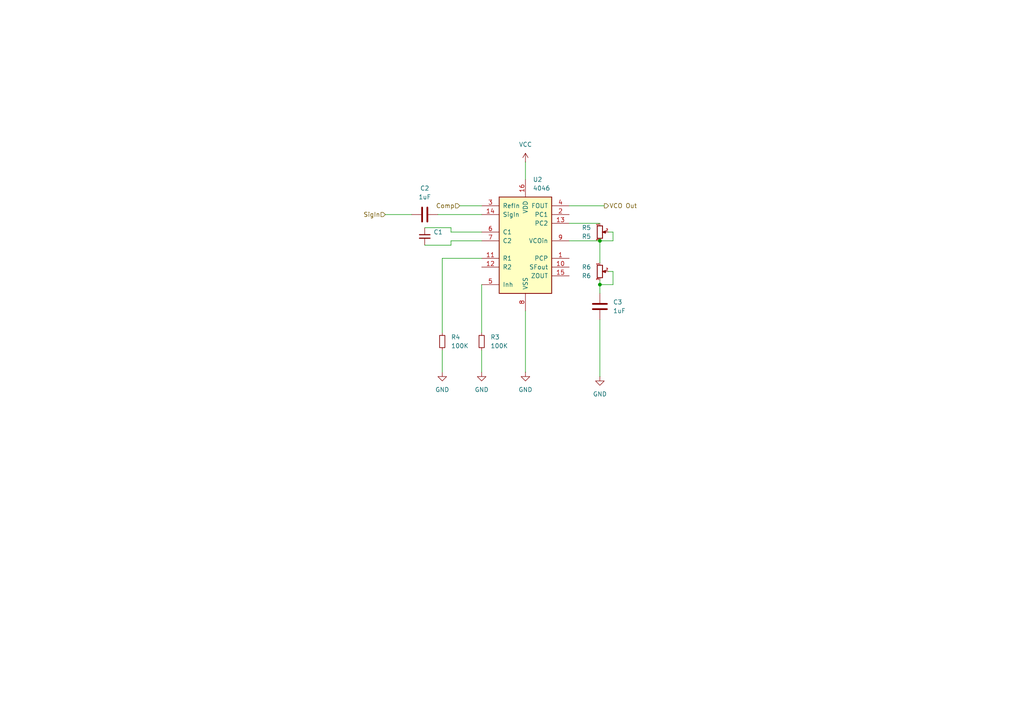
<source format=kicad_sch>
(kicad_sch (version 20250114) (generator "eeschema") (generator_version "9.0")
  (paper "A4")
  (lib_symbols
    (symbol "4xxx:4046" (pin_names (offset 1.016))
      (property "Reference" "U" (at -7.62 13.97 0))
      (property "Value" "4046" (at -7.62 -16.51 0))
      (symbol "4046_1_0"
        (pin input line (at -12.7 10.16 0) (length 5.08) (name "RefIn") (number "3"))
        (pin input line (at -12.7 7.62 0) (length 5.08) (name "SigIn") (number "14"))
        (pin input line (at -12.7 2.54 0) (length 5.08) (name "C1") (number "6"))
        (pin input line (at -12.7 0 0) (length 5.08) (name "C2") (number "7"))
        (pin input line (at -12.7 -5.08 0) (length 5.08) (name "R1") (number "11"))
        (pin input line (at -12.7 -7.62 0) (length 5.08) (name "R2") (number "12"))
        (pin input line (at -12.7 -12.7 0) (length 5.08) (name "Inh") (number "5"))
        (pin power_in line (at 0 17.78 270) (length 5.08) (name "VDD") (number "16"))
        (pin power_in line (at 0 -20.32 90) (length 5.08) (name "VSS") (number "8"))
        (pin output line (at 12.7 10.16 180) (length 5.08) (name "FOUT") (number "4"))
        (pin output line (at 12.7 7.62 180) (length 5.08) (name "PC1") (number "2"))
        (pin tri_state line (at 12.7 5.08 180) (length 5.08) (name "PC2") (number "13"))
        (pin input line (at 12.7 0 180) (length 5.08) (name "VCOin") (number "9"))
        (pin output line (at 12.7 -5.08 180) (length 5.08) (name "PCP") (number "1"))
        (pin output line (at 12.7 -7.62 180) (length 5.08) (name "SFout") (number "10"))
        (pin output line (at 12.7 -10.16 180) (length 5.08) (name "ZOUT") (number "15"))
      )
      (symbol "4046_1_1"
        (rectangle (start -7.62 12.7) (end 7.62 -15.24) (stroke (width 0.254)) (fill (type background)))
      )
    )
    (symbol "Device:C" (pin_numbers (hide yes)) (pin_names (offset 0.254))
      (property "Reference" "C" (at 0.635 2.54 0))
      (property "Value" "C" (at 0.635 -2.54 0))
      (symbol "C_0_1"
        (polyline (pts (xy -2.032 0.762) (xy 2.032 0.762)) (stroke (width 0.508)))
        (polyline (pts (xy -2.032 -0.762) (xy 2.032 -0.762)) (stroke (width 0.508)))
      )
      (symbol "C_1_1"
        (pin passive line (at 0 3.81 270) (length 2.794) (name "~") (number "1"))
        (pin passive line (at 0 -3.81 90) (length 2.794) (name "~") (number "2"))
      )
    )
    (symbol "Device:C_Small" (pin_numbers (hide yes)) (pin_names (offset 0.254) (hide yes))
      (property "Reference" "C" (at 0.254 1.778 0))
      (property "Value" "C_Small" (at 0.254 -2.032 0))
      (symbol "C_Small_0_1"
        (polyline (pts (xy -1.524 0.508) (xy 1.524 0.508)) (stroke (width 0.3048)))
        (polyline (pts (xy -1.524 -0.508) (xy 1.524 -0.508)) (stroke (width 0.3302)))
      )
      (symbol "C_Small_1_1"
        (pin passive line (at 0 2.54 270) (length 2.032) (name "~") (number "1"))
        (pin passive line (at 0 -2.54 90) (length 2.032) (name "~") (number "2"))
      )
    )
    (symbol "Device:R_Potentiometer_Small" (pin_names (offset 1.016) (hide yes))
      (property "Reference" "RV" (at -4.445 0 90))
      (property "Value" "R_Potentiometer_Small" (at -2.54 0 90))
      (symbol "R_Potentiometer_Small_0_1"
        (rectangle (start 0.762 1.8034) (end -0.762 -1.8034) (stroke (width 0.254)))
        (polyline (pts (xy 0.889 0) (xy 0.635 0) (xy 1.651 0.381) (xy 1.651 -0.381) (xy 0.635 0) (xy 0.889 0)) (fill (type outline)))
      )
      (symbol "R_Potentiometer_Small_1_1"
        (pin passive line (at 0 2.54 270) (length 0.635) (name "1") (number "1"))
        (pin passive line (at 0 -2.54 90) (length 0.635) (name "3") (number "3"))
        (pin passive line (at 2.54 0 180) (length 0.9906) (name "2") (number "2"))
      )
    )
    (symbol "Device:R_Small" (pin_numbers (hide yes)) (pin_names (offset 0.254) (hide yes))
      (property "Reference" "R" (at 0 0 90))
      (property "Value" "R_Small" (at 1.778 0 90))
      (symbol "R_Small_0_1"
        (rectangle (start -0.762 1.778) (end 0.762 -1.778) (stroke (width 0.2032)))
      )
      (symbol "R_Small_1_1"
        (pin passive line (at 0 2.54 270) (length 0.762) (name "~") (number "1"))
        (pin passive line (at 0 -2.54 90) (length 0.762) (name "~") (number "2"))
      )
    )
    (symbol "power:GND" (power) (pin_numbers (hide yes)) (pin_names (offset 0) (hide yes))
      (property "Value" "GND" (at 0 -3.81 0))
      (symbol "GND_0_1"
        (polyline (pts (xy 0 0) (xy 0 -1.27) (xy 1.27 -1.27) (xy 0 -2.54) (xy -1.27 -1.27) (xy 0 -1.27)))
      )
      (symbol "GND_1_1"
        (pin power_in line (at 0 0 270) (length 0) (name "~") (number "1"))
      )
    )
    (symbol "power:VCC" (power) (pin_numbers (hide yes)) (pin_names (offset 0) (hide yes))
      (property "Value" "VCC" (at 0 3.556 0))
      (symbol "VCC_0_1"
        (polyline (pts (xy -0.762 1.27) (xy 0 2.54)))
        (polyline (pts (xy 0 2.54) (xy 0.762 1.27)))
        (polyline (pts (xy 0 0) (xy 0 2.54)))
      )
      (symbol "VCC_1_1"
        (pin power_in line (at 0 0 90) (length 0) (name "~") (number "1"))
      )
    )
  )
  (junction (at 173.99 69.85))
  (junction (at 173.99 82.55))
  (wire (pts (xy 176.53 67.31) (xy 177.8 67.31)))
  (wire (pts (xy 176.53 78.74) (xy 177.8 78.74)))
  (wire (pts (xy 152.4 90.17) (xy 152.4 107.95)))
  (wire (pts (xy 177.8 69.85) (xy 173.99 69.85)))
  (wire (pts (xy 139.7 101.6) (xy 139.7 107.95)))
  (wire (pts (xy 165.1 64.77) (xy 173.99 64.77)))
  (wire (pts (xy 173.99 69.85) (xy 173.99 76.2)))
  (wire (pts (xy 128.27 74.93) (xy 128.27 96.52)))
  (wire (pts (xy 128.27 101.6) (xy 128.27 107.95)))
  (wire (pts (xy 177.8 78.74) (xy 177.8 82.55)))
  (wire (pts (xy 173.99 81.28) (xy 173.99 82.55)))
  (wire (pts (xy 123.19 71.12) (xy 130.81 71.12)))
  (wire (pts (xy 173.99 82.55) (xy 173.99 85.09)))
  (wire (pts (xy 130.81 69.85) (xy 130.81 71.12)))
  (wire (pts (xy 111.76 62.23) (xy 119.38 62.23)))
  (wire (pts (xy 177.8 67.31) (xy 177.8 69.85)))
  (wire (pts (xy 173.99 92.71) (xy 173.99 109.22)))
  (wire (pts (xy 130.81 69.85) (xy 139.7 69.85)))
  (wire (pts (xy 130.81 66.04) (xy 123.19 66.04)))
  (wire (pts (xy 133.35 59.69) (xy 139.7 59.69)))
  (wire (pts (xy 165.1 59.69) (xy 175.26 59.69)))
  (wire (pts (xy 130.81 66.04) (xy 130.81 67.31)))
  (wire (pts (xy 127 62.23) (xy 139.7 62.23)))
  (wire (pts (xy 152.4 46.99) (xy 152.4 52.07)))
  (wire (pts (xy 139.7 67.31) (xy 130.81 67.31)))
  (wire (pts (xy 128.27 74.93) (xy 139.7 74.93)))
  (wire (pts (xy 139.7 82.55) (xy 139.7 96.52)))
  (wire (pts (xy 177.8 82.55) (xy 173.99 82.55)))
  (wire (pts (xy 165.1 69.85) (xy 173.99 69.85)))
  (hierarchical_label "VCO Out" (shape output) (at 175.26 59.69 0))
  (hierarchical_label "SigIn" (shape input) (at 111.76 62.23 180))
  (hierarchical_label "Comp" (shape input) (at 133.35 59.69 180))
  (symbol (lib_id "Device:C") (at 123.19 62.23 270) (unit 1)
    (property "Reference" "C2" (at 123.19 54.61 90))
    (property "Value" "1uF" (at 123.19 57.15 90))
    (property "Footprint" "Capacitor_THT:C_Disc_D3.0mm_W1.6mm_P2.50mm" (effects (hide yes)))
    (property "Description" "Unpolarized capacitor" (effects (hide yes)))
  )
  (symbol (lib_id "power:VCC") (at 152.4 46.99 0) (unit 1)
    (property "Reference" "#PWR015" (effects (hide yes)))
    (property "Value" "VCC" (at 152.4 41.91 0))
    (property "Description" "Power symbol creates a global label with name \"VCC\"" (effects (hide yes)))
  )
  (symbol (lib_id "4xxx:4046") (at 152.4 69.85 0) (unit 1)
    (property "Reference" "U2" (at 154.5433 52.07 0) (effects (justify left)))
    (property "Value" "4046" (at 154.5433 54.61 0) (effects (justify left)))
    (property "Footprint" "Package_DIP:DIP-16_W7.62mm" (effects (hide yes)))
    (property "Datasheet" "https://assets.nexperia.com/documents/data-sheet/HEF4046B.pdf" (effects (hide yes)))
    (property "Description" "Phase Comp & VCO" (effects (hide yes)))
  )
  (symbol (lib_id "Device:R_Potentiometer_Small") (at 173.99 78.74 0) (unit 1)
    (property "Reference" "R6" (at 171.45 77.4699 0) (effects (justify right)))
    (property "Value" "R6" (at 171.45 80.0099 0) (effects (justify right)))
    (property "Footprint" "Potentiometer_THT:Potentiometer_Alps_RK097_Single_Horizontal" (effects (hide yes)))
    (property "Description" "Potentiometer" (effects (hide yes)))
  )
  (symbol (lib_id "power:GND") (at 128.27 107.95 0) (unit 1)
    (property "Reference" "#PWR05" (effects (hide yes)))
    (property "Value" "GND" (at 128.27 113.03 0))
    (property "Description" "Power symbol creates a global label with name \"GND\" , ground" (effects (hide yes)))
  )
  (symbol (lib_id "Device:C_Small") (at 123.19 68.58 0) (unit 1)
    (property "Reference" "C1" (at 125.73 67.3162 0) (effects (justify left)))
    (property "Value" "C1" (effects (hide yes)))
    (property "Footprint" "Capacitor_THT:C_Disc_D4.3mm_W1.9mm_P5.00mm" (effects (hide yes)))
    (property "Description" "Unpolarized capacitor, small symbol" (effects (hide yes)))
  )
  (symbol (lib_id "Device:R_Potentiometer_Small") (at 173.99 67.31 0) (unit 1)
    (property "Reference" "R5" (at 171.45 66.0399 0) (effects (justify right)))
    (property "Value" "R5" (at 171.45 68.5799 0) (effects (justify right)))
    (property "Footprint" "Potentiometer_THT:Potentiometer_Alps_RK097_Single_Horizontal" (effects (hide yes)))
    (property "Description" "Potentiometer" (effects (hide yes)))
  )
  (symbol (lib_id "power:GND") (at 173.99 109.22 0) (unit 1)
    (property "Reference" "#PWR014" (effects (hide yes)))
    (property "Value" "GND" (at 173.99 114.3 0))
    (property "Description" "Power symbol creates a global label with name \"GND\" , ground" (effects (hide yes)))
  )
  (symbol (lib_id "Device:R_Small") (at 128.27 99.06 0) (unit 1)
    (property "Reference" "R4" (at 130.81 97.7899 0) (effects (justify left)))
    (property "Value" "100K" (at 130.81 100.3299 0) (effects (justify left)))
    (property "Footprint" "Resistor_THT:R_Axial_DIN0207_L6.3mm_D2.5mm_P10.16mm_Horizontal" (effects (hide yes)))
    (property "Description" "Resistor, small symbol" (effects (hide yes)))
  )
  (symbol (lib_id "power:GND") (at 152.4 107.95 0) (unit 1)
    (property "Reference" "#PWR04" (effects (hide yes)))
    (property "Value" "GND" (at 152.4 113.03 0))
    (property "Description" "Power symbol creates a global label with name \"GND\" , ground" (effects (hide yes)))
  )
  (symbol (lib_id "Device:R_Small") (at 139.7 99.06 0) (unit 1)
    (property "Reference" "R3" (at 142.24 97.7899 0) (effects (justify left)))
    (property "Value" "100K" (at 142.24 100.3299 0) (effects (justify left)))
    (property "Footprint" "Resistor_THT:R_Axial_DIN0207_L6.3mm_D2.5mm_P10.16mm_Horizontal" (effects (hide yes)))
    (property "Description" "Resistor, small symbol" (effects (hide yes)))
  )
  (symbol (lib_id "Device:C") (at 173.99 88.9 180) (unit 1)
    (property "Reference" "C3" (at 177.8 87.6299 0) (effects (justify right)))
    (property "Value" "1uF" (at 177.8 90.1699 0) (effects (justify right)))
    (property "Footprint" "Capacitor_THT:C_Disc_D3.0mm_W1.6mm_P2.50mm" (effects (hide yes)))
    (property "Description" "Unpolarized capacitor" (effects (hide yes)))
  )
  (symbol (lib_id "power:GND") (at 139.7 107.95 0) (unit 1)
    (property "Reference" "#PWR03" (effects (hide yes)))
    (property "Value" "GND" (at 139.7 113.03 0))
    (property "Description" "Power symbol creates a global label with name \"GND\" , ground" (effects (hide yes)))
  )
)
</source>
